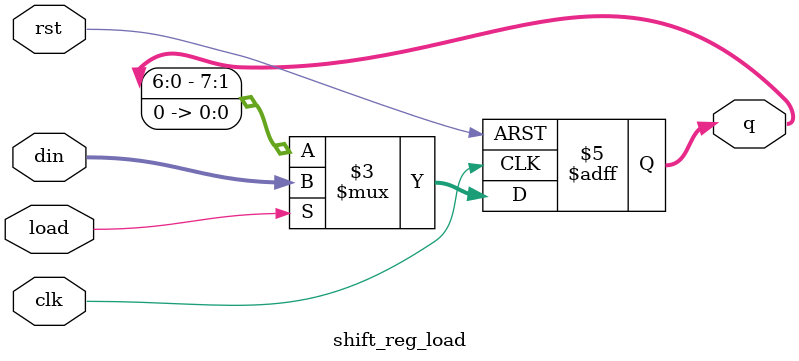
<source format=v>
module shift_reg_load (
    input clk, rst, load,
    input [7:0] din,
    output reg [7:0] q
);
  always @(posedge clk or posedge rst) begin
    if(rst) q <= 8'b0;
    else if(load) q <= din;
    else q <= {q[6:0], 1'b0}; // shift left
  end
endmodule
</source>
